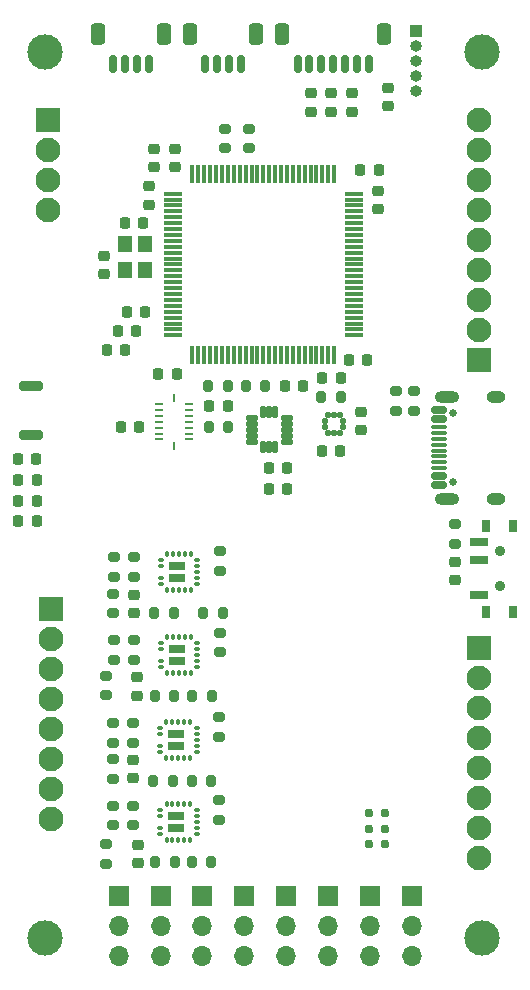
<source format=gbr>
%TF.GenerationSoftware,KiCad,Pcbnew,9.0.0*%
%TF.CreationDate,2025-04-29T18:34:20-04:00*%
%TF.ProjectId,Aurora Orbiton Edition,4175726f-7261-4204-9f72-6269746f6e20,rev?*%
%TF.SameCoordinates,Original*%
%TF.FileFunction,Soldermask,Top*%
%TF.FilePolarity,Negative*%
%FSLAX46Y46*%
G04 Gerber Fmt 4.6, Leading zero omitted, Abs format (unit mm)*
G04 Created by KiCad (PCBNEW 9.0.0) date 2025-04-29 18:34:20*
%MOMM*%
%LPD*%
G01*
G04 APERTURE LIST*
G04 Aperture macros list*
%AMRoundRect*
0 Rectangle with rounded corners*
0 $1 Rounding radius*
0 $2 $3 $4 $5 $6 $7 $8 $9 X,Y pos of 4 corners*
0 Add a 4 corners polygon primitive as box body*
4,1,4,$2,$3,$4,$5,$6,$7,$8,$9,$2,$3,0*
0 Add four circle primitives for the rounded corners*
1,1,$1+$1,$2,$3*
1,1,$1+$1,$4,$5*
1,1,$1+$1,$6,$7*
1,1,$1+$1,$8,$9*
0 Add four rect primitives between the rounded corners*
20,1,$1+$1,$2,$3,$4,$5,0*
20,1,$1+$1,$4,$5,$6,$7,0*
20,1,$1+$1,$6,$7,$8,$9,0*
20,1,$1+$1,$8,$9,$2,$3,0*%
G04 Aperture macros list end*
%ADD10RoundRect,0.225000X-0.250000X0.225000X-0.250000X-0.225000X0.250000X-0.225000X0.250000X0.225000X0*%
%ADD11RoundRect,0.250001X-0.799999X0.799999X-0.799999X-0.799999X0.799999X-0.799999X0.799999X0.799999X0*%
%ADD12C,2.100000*%
%ADD13RoundRect,0.200000X-0.275000X0.200000X-0.275000X-0.200000X0.275000X-0.200000X0.275000X0.200000X0*%
%ADD14RoundRect,0.200000X0.275000X-0.200000X0.275000X0.200000X-0.275000X0.200000X-0.275000X-0.200000X0*%
%ADD15RoundRect,0.200000X-0.800000X0.200000X-0.800000X-0.200000X0.800000X-0.200000X0.800000X0.200000X0*%
%ADD16R,1.200000X1.400000*%
%ADD17C,3.000000*%
%ADD18RoundRect,0.225000X-0.225000X-0.250000X0.225000X-0.250000X0.225000X0.250000X-0.225000X0.250000X0*%
%ADD19R,1.700000X1.700000*%
%ADD20O,1.700000X1.700000*%
%ADD21RoundRect,0.200000X-0.200000X-0.275000X0.200000X-0.275000X0.200000X0.275000X-0.200000X0.275000X0*%
%ADD22RoundRect,0.225000X0.225000X0.250000X-0.225000X0.250000X-0.225000X-0.250000X0.225000X-0.250000X0*%
%ADD23RoundRect,0.250001X0.799999X-0.799999X0.799999X0.799999X-0.799999X0.799999X-0.799999X-0.799999X0*%
%ADD24RoundRect,0.200000X0.200000X0.275000X-0.200000X0.275000X-0.200000X-0.275000X0.200000X-0.275000X0*%
%ADD25RoundRect,0.225000X0.250000X-0.225000X0.250000X0.225000X-0.250000X0.225000X-0.250000X-0.225000X0*%
%ADD26RoundRect,0.218750X-0.218750X-0.256250X0.218750X-0.256250X0.218750X0.256250X-0.218750X0.256250X0*%
%ADD27RoundRect,0.150000X-0.150000X-0.625000X0.150000X-0.625000X0.150000X0.625000X-0.150000X0.625000X0*%
%ADD28RoundRect,0.250000X-0.350000X-0.650000X0.350000X-0.650000X0.350000X0.650000X-0.350000X0.650000X0*%
%ADD29R,1.000000X1.000000*%
%ADD30O,1.000000X1.000000*%
%ADD31RoundRect,0.218750X-0.256250X0.218750X-0.256250X-0.218750X0.256250X-0.218750X0.256250X0.218750X0*%
%ADD32O,0.300000X0.650000*%
%ADD33O,0.650000X0.300000*%
%ADD34R,1.350000X0.800000*%
%ADD35RoundRect,0.075000X-0.725000X-0.075000X0.725000X-0.075000X0.725000X0.075000X-0.725000X0.075000X0*%
%ADD36RoundRect,0.075000X-0.075000X-0.725000X0.075000X-0.725000X0.075000X0.725000X-0.075000X0.725000X0*%
%ADD37C,0.650000*%
%ADD38RoundRect,0.150000X0.500000X-0.150000X0.500000X0.150000X-0.500000X0.150000X-0.500000X-0.150000X0*%
%ADD39RoundRect,0.075000X0.575000X-0.075000X0.575000X0.075000X-0.575000X0.075000X-0.575000X-0.075000X0*%
%ADD40O,2.100000X1.000000*%
%ADD41O,1.600000X1.000000*%
%ADD42R,0.800000X1.000000*%
%ADD43C,0.900000*%
%ADD44R,1.500000X0.700000*%
%ADD45RoundRect,0.102000X0.415000X0.135000X-0.415000X0.135000X-0.415000X-0.135000X0.415000X-0.135000X0*%
%ADD46RoundRect,0.102000X0.135000X0.415000X-0.135000X0.415000X-0.135000X-0.415000X0.135000X-0.415000X0*%
%ADD47R,0.675000X0.250000*%
%ADD48R,0.250000X0.675000*%
%ADD49RoundRect,0.102000X-0.137500X0.125000X-0.137500X-0.125000X0.137500X-0.125000X0.137500X0.125000X0*%
%ADD50RoundRect,0.102000X-0.125000X0.137500X-0.125000X-0.137500X0.125000X-0.137500X0.125000X0.137500X0*%
%ADD51RoundRect,0.218750X0.256250X-0.218750X0.256250X0.218750X-0.256250X0.218750X-0.256250X-0.218750X0*%
%ADD52C,0.770000*%
G04 APERTURE END LIST*
D10*
%TO.C,C45*%
X157540460Y-55064012D03*
X157540460Y-56614012D03*
%TD*%
D11*
%TO.C,J10*%
X129050000Y-99130000D03*
D12*
X129050000Y-101670000D03*
X129050000Y-104210000D03*
X129050000Y-106750000D03*
X129050000Y-109290000D03*
X129050000Y-111830000D03*
X129050000Y-114370000D03*
X129050000Y-116910000D03*
%TD*%
D13*
%TO.C,R42*%
X134250000Y-108825000D03*
X134250000Y-110475000D03*
%TD*%
D14*
%TO.C,R39*%
X136000000Y-117475000D03*
X136000000Y-115825000D03*
%TD*%
%TO.C,R38*%
X136000000Y-110475000D03*
X136000000Y-108825000D03*
%TD*%
D15*
%TO.C,SW2*%
X127288760Y-80272440D03*
X127288760Y-84472440D03*
%TD*%
D16*
%TO.C,Y1*%
X137000000Y-70500000D03*
X137000000Y-68300000D03*
X135250000Y-68300000D03*
X135250000Y-70500000D03*
%TD*%
D17*
%TO.C,H3*%
X128500000Y-52000000D03*
%TD*%
D10*
%TO.C,C23*%
X156750000Y-63750000D03*
X156750000Y-65300000D03*
%TD*%
D18*
%TO.C,C22*%
X151994920Y-79652368D03*
X153544920Y-79652368D03*
%TD*%
D13*
%TO.C,R47*%
X143250000Y-108349992D03*
X143250000Y-109999992D03*
%TD*%
D19*
%TO.C,M7*%
X156050000Y-123500000D03*
D20*
X156050000Y-126040000D03*
X156050000Y-128580000D03*
%TD*%
D21*
%TO.C,R45*%
X137856851Y-120626004D03*
X139506851Y-120626004D03*
%TD*%
D13*
%TO.C,R53*%
X134250000Y-111899992D03*
X134250000Y-113549992D03*
%TD*%
D18*
%TO.C,C18*%
X148800000Y-80250000D03*
X150350000Y-80250000D03*
%TD*%
D10*
%TO.C,C48*%
X136000000Y-111949992D03*
X136000000Y-113499992D03*
%TD*%
D18*
%TO.C,C32*%
X154261390Y-78075753D03*
X155811390Y-78075753D03*
%TD*%
D22*
%TO.C,C29*%
X139653275Y-79250000D03*
X138103275Y-79250000D03*
%TD*%
D17*
%TO.C,H1*%
X128500000Y-127000000D03*
%TD*%
D23*
%TO.C,J8*%
X165250000Y-78070000D03*
D12*
X165250000Y-75530000D03*
X165250000Y-72990000D03*
X165250000Y-70450000D03*
X165250000Y-67910000D03*
X165250000Y-65370000D03*
X165250000Y-62830000D03*
X165250000Y-60290000D03*
X165250000Y-57750000D03*
%TD*%
D22*
%TO.C,C27*%
X136500000Y-83750000D03*
X134950000Y-83750000D03*
%TD*%
D14*
%TO.C,R3*%
X158200000Y-82375000D03*
X158200000Y-80725000D03*
%TD*%
D19*
%TO.C,M2*%
X138300000Y-123500000D03*
D20*
X138300000Y-126040000D03*
X138300000Y-128580000D03*
%TD*%
D13*
%TO.C,R43*%
X134250000Y-115825000D03*
X134250000Y-117475000D03*
%TD*%
D19*
%TO.C,M4*%
X145400000Y-123500000D03*
D20*
X145400000Y-126040000D03*
X145400000Y-128580000D03*
%TD*%
D19*
%TO.C,M5*%
X148950000Y-123500000D03*
D20*
X148950000Y-126040000D03*
X148950000Y-128580000D03*
%TD*%
D21*
%TO.C,R15*%
X142350000Y-80250000D03*
X144000000Y-80250000D03*
%TD*%
D24*
%TO.C,R14*%
X153575000Y-81250000D03*
X151925000Y-81250000D03*
%TD*%
D25*
%TO.C,C36*%
X139500000Y-61775000D03*
X139500000Y-60225000D03*
%TD*%
D22*
%TO.C,C3*%
X136799884Y-66502317D03*
X135249884Y-66502317D03*
%TD*%
D11*
%TO.C,J4*%
X128750000Y-57750000D03*
D12*
X128750000Y-60290000D03*
X128750000Y-62830000D03*
X128750000Y-65370000D03*
%TD*%
D26*
%TO.C,D5*%
X126212500Y-86500000D03*
X127787500Y-86500000D03*
%TD*%
D24*
%TO.C,R32*%
X142650000Y-106524992D03*
X141000000Y-106524992D03*
%TD*%
%TO.C,R49*%
X142575000Y-113749992D03*
X140925000Y-113749992D03*
%TD*%
D19*
%TO.C,M6*%
X152500000Y-123500000D03*
D20*
X152500000Y-126040000D03*
X152500000Y-128580000D03*
%TD*%
D27*
%TO.C,J1*%
X134300000Y-53025000D03*
X135300000Y-53025000D03*
X136300000Y-53025000D03*
X137300000Y-53025000D03*
D28*
X133000000Y-50500000D03*
X138600000Y-50500000D03*
%TD*%
D27*
%TO.C,J6*%
X142100000Y-53025000D03*
X143100000Y-53025000D03*
X144100000Y-53025000D03*
X145100000Y-53025000D03*
D28*
X140800000Y-50500000D03*
X146400000Y-50500000D03*
%TD*%
D29*
%TO.C,J9*%
X159919076Y-50244481D03*
D30*
X159919076Y-51514481D03*
X159919076Y-52784481D03*
X159919076Y-54054481D03*
X159919076Y-55324481D03*
%TD*%
D31*
%TO.C,D10*%
X152750000Y-55500000D03*
X152750000Y-57075000D03*
%TD*%
D13*
%TO.C,R24*%
X134325000Y-101800000D03*
X134325000Y-103450000D03*
%TD*%
D24*
%TO.C,R31*%
X143575000Y-99499992D03*
X141925000Y-99499992D03*
%TD*%
D25*
%TO.C,C31*%
X137750000Y-61775000D03*
X137750000Y-60225000D03*
%TD*%
D13*
%TO.C,R4*%
X163200000Y-92000000D03*
X163200000Y-93650000D03*
%TD*%
D32*
%TO.C,U12*%
X138809447Y-118761568D03*
X139309447Y-118761568D03*
X139809447Y-118761568D03*
X140309447Y-118761568D03*
X140809447Y-118761568D03*
D33*
X141359447Y-118211568D03*
X141359447Y-117711568D03*
X141359447Y-117211568D03*
X141359447Y-116711568D03*
X141359447Y-116211568D03*
D32*
X140809447Y-115661568D03*
X140309447Y-115661568D03*
X139809447Y-115661568D03*
X139309447Y-115661568D03*
X138809447Y-115661568D03*
D33*
X138259447Y-116211568D03*
X138259447Y-116711568D03*
X138259447Y-117711568D03*
X138259447Y-118211568D03*
D34*
X139639447Y-116711568D03*
X139639447Y-117711568D03*
%TD*%
D13*
%TO.C,R48*%
X143210812Y-115362264D03*
X143210812Y-117012264D03*
%TD*%
D26*
%TO.C,D6*%
X126250000Y-88250000D03*
X127825000Y-88250000D03*
%TD*%
D10*
%TO.C,C5*%
X133500000Y-69275000D03*
X133500000Y-70825000D03*
%TD*%
D35*
%TO.C,U3*%
X139325000Y-64000000D03*
X139325000Y-64500000D03*
X139325000Y-65000000D03*
X139325000Y-65500000D03*
X139325000Y-66000000D03*
X139325000Y-66500000D03*
X139325000Y-67000000D03*
X139325000Y-67500000D03*
X139325000Y-68000000D03*
X139325000Y-68500000D03*
X139325000Y-69000000D03*
X139325000Y-69500000D03*
X139325000Y-70000000D03*
X139325000Y-70500000D03*
X139325000Y-71000000D03*
X139325000Y-71500000D03*
X139325000Y-72000000D03*
X139325000Y-72500000D03*
X139325000Y-73000000D03*
X139325000Y-73500000D03*
X139325000Y-74000000D03*
X139325000Y-74500000D03*
X139325000Y-75000000D03*
X139325000Y-75500000D03*
X139325000Y-76000000D03*
D36*
X141000000Y-77675000D03*
X141500000Y-77675000D03*
X142000000Y-77675000D03*
X142500000Y-77675000D03*
X143000000Y-77675000D03*
X143500000Y-77675000D03*
X144000000Y-77675000D03*
X144500000Y-77675000D03*
X145000000Y-77675000D03*
X145500000Y-77675000D03*
X146000000Y-77675000D03*
X146500000Y-77675000D03*
X147000000Y-77675000D03*
X147500000Y-77675000D03*
X148000000Y-77675000D03*
X148500000Y-77675000D03*
X149000000Y-77675000D03*
X149500000Y-77675000D03*
X150000000Y-77675000D03*
X150500000Y-77675000D03*
X151000000Y-77675000D03*
X151500000Y-77675000D03*
X152000000Y-77675000D03*
X152500000Y-77675000D03*
X153000000Y-77675000D03*
D35*
X154675000Y-76000000D03*
X154675000Y-75500000D03*
X154675000Y-75000000D03*
X154675000Y-74500000D03*
X154675000Y-74000000D03*
X154675000Y-73500000D03*
X154675000Y-73000000D03*
X154675000Y-72500000D03*
X154675000Y-72000000D03*
X154675000Y-71500000D03*
X154675000Y-71000000D03*
X154675000Y-70500000D03*
X154675000Y-70000000D03*
X154675000Y-69500000D03*
X154675000Y-69000000D03*
X154675000Y-68500000D03*
X154675000Y-68000000D03*
X154675000Y-67500000D03*
X154675000Y-67000000D03*
X154675000Y-66500000D03*
X154675000Y-66000000D03*
X154675000Y-65500000D03*
X154675000Y-65000000D03*
X154675000Y-64500000D03*
X154675000Y-64000000D03*
D36*
X153000000Y-62325000D03*
X152500000Y-62325000D03*
X152000000Y-62325000D03*
X151500000Y-62325000D03*
X151000000Y-62325000D03*
X150500000Y-62325000D03*
X150000000Y-62325000D03*
X149500000Y-62325000D03*
X149000000Y-62325000D03*
X148500000Y-62325000D03*
X148000000Y-62325000D03*
X147500000Y-62325000D03*
X147000000Y-62325000D03*
X146500000Y-62325000D03*
X146000000Y-62325000D03*
X145500000Y-62325000D03*
X145000000Y-62325000D03*
X144500000Y-62325000D03*
X144000000Y-62325000D03*
X143500000Y-62325000D03*
X143000000Y-62325000D03*
X142500000Y-62325000D03*
X142000000Y-62325000D03*
X141500000Y-62325000D03*
X141000000Y-62325000D03*
%TD*%
D13*
%TO.C,R29*%
X143325000Y-94274992D03*
X143325000Y-95924992D03*
%TD*%
D19*
%TO.C,M3*%
X141850000Y-123500000D03*
D20*
X141850000Y-126040000D03*
X141850000Y-128580000D03*
%TD*%
D13*
%TO.C,R35*%
X133650000Y-104825000D03*
X133650000Y-106475000D03*
%TD*%
D10*
%TO.C,C41*%
X136300000Y-104949992D03*
X136300000Y-106499992D03*
%TD*%
D22*
%TO.C,C34*%
X135325000Y-77200000D03*
X133775000Y-77200000D03*
%TD*%
D17*
%TO.C,H2*%
X165500000Y-52000000D03*
%TD*%
D32*
%TO.C,U11*%
X138800000Y-111799992D03*
X139300000Y-111799992D03*
X139800000Y-111799992D03*
X140300000Y-111799992D03*
X140800000Y-111799992D03*
D33*
X141350000Y-111249992D03*
X141350000Y-110749992D03*
X141350000Y-110249992D03*
X141350000Y-109749992D03*
X141350000Y-109249992D03*
D32*
X140800000Y-108699992D03*
X140300000Y-108699992D03*
X139800000Y-108699992D03*
X139300000Y-108699992D03*
X138800000Y-108699992D03*
D33*
X138250000Y-109249992D03*
X138250000Y-109749992D03*
X138250000Y-110749992D03*
X138250000Y-111249992D03*
D34*
X139630000Y-109749992D03*
X139630000Y-110749992D03*
%TD*%
D24*
%TO.C,R19*%
X144016680Y-83750000D03*
X142366680Y-83750000D03*
%TD*%
D13*
%TO.C,R30*%
X143325000Y-101199992D03*
X143325000Y-102849992D03*
%TD*%
D25*
%TO.C,C21*%
X155250000Y-84037500D03*
X155250000Y-82487500D03*
%TD*%
D18*
%TO.C,C24*%
X147475000Y-87250000D03*
X149025000Y-87250000D03*
%TD*%
D10*
%TO.C,C40*%
X136050000Y-97949992D03*
X136050000Y-99499992D03*
%TD*%
D21*
%TO.C,R28*%
X137825000Y-106500000D03*
X139475000Y-106500000D03*
%TD*%
D19*
%TO.C,M1*%
X134750000Y-123500000D03*
D20*
X134750000Y-126040000D03*
X134750000Y-128580000D03*
%TD*%
D13*
%TO.C,R23*%
X134325000Y-94775000D03*
X134325000Y-96425000D03*
%TD*%
D26*
%TO.C,D8*%
X126250000Y-91750000D03*
X127825000Y-91750000D03*
%TD*%
D10*
%TO.C,C49*%
X136400000Y-119125000D03*
X136400000Y-120675000D03*
%TD*%
D13*
%TO.C,R34*%
X134300000Y-97875000D03*
X134300000Y-99525000D03*
%TD*%
D32*
%TO.C,U9*%
X138875000Y-97599992D03*
X139375000Y-97599992D03*
X139875000Y-97599992D03*
X140375000Y-97599992D03*
X140875000Y-97599992D03*
D33*
X141425000Y-97049992D03*
X141425000Y-96549992D03*
X141425000Y-96049992D03*
X141425000Y-95549992D03*
X141425000Y-95049992D03*
D32*
X140875000Y-94499992D03*
X140375000Y-94499992D03*
X139875000Y-94499992D03*
X139375000Y-94499992D03*
X138875000Y-94499992D03*
D33*
X138325000Y-95049992D03*
X138325000Y-95549992D03*
X138325000Y-96549992D03*
X138325000Y-97049992D03*
D34*
X139705000Y-95549992D03*
X139705000Y-96549992D03*
%TD*%
D22*
%TO.C,C33*%
X136250000Y-75600000D03*
X134700000Y-75600000D03*
%TD*%
D26*
%TO.C,D7*%
X126250000Y-90000000D03*
X127825000Y-90000000D03*
%TD*%
D37*
%TO.C,J2*%
X163020000Y-88390000D03*
X163020000Y-82610000D03*
D38*
X161880000Y-88700000D03*
X161880000Y-87900000D03*
D39*
X161880000Y-86750000D03*
X161880000Y-85750000D03*
X161880000Y-85250000D03*
X161880000Y-84250000D03*
D38*
X161880000Y-83100000D03*
X161880000Y-82300000D03*
X161880000Y-82300000D03*
X161880000Y-83100000D03*
D39*
X161880000Y-83750000D03*
X161880000Y-84750000D03*
X161880000Y-86250000D03*
X161880000Y-87250000D03*
D38*
X161880000Y-87900000D03*
X161880000Y-88700000D03*
D40*
X162520000Y-89820000D03*
D41*
X166700000Y-89820000D03*
D40*
X162520000Y-81180000D03*
D41*
X166700000Y-81180000D03*
%TD*%
D21*
%TO.C,R27*%
X137750000Y-99499992D03*
X139400000Y-99499992D03*
%TD*%
%TO.C,R44*%
X137675000Y-113749992D03*
X139325000Y-113749992D03*
%TD*%
D14*
%TO.C,R20*%
X136075000Y-96425000D03*
X136075000Y-94775000D03*
%TD*%
D42*
%TO.C,SW1*%
X165890000Y-99400000D03*
X168100000Y-99400000D03*
D43*
X167000000Y-97250000D03*
X167000000Y-94250000D03*
D42*
X165890000Y-92100000D03*
X168100000Y-92100000D03*
D44*
X165240000Y-98000000D03*
X165240000Y-95000000D03*
X165240000Y-93500000D03*
%TD*%
D31*
%TO.C,D11*%
X154500000Y-55500000D03*
X154500000Y-57075000D03*
%TD*%
D45*
%TO.C,U6*%
X148970000Y-85000000D03*
X148970000Y-84500000D03*
X148970000Y-84000000D03*
X148970000Y-83500000D03*
X148970000Y-83000000D03*
D46*
X148000000Y-82530000D03*
X147500000Y-82530000D03*
X147000000Y-82530000D03*
D45*
X146030000Y-83000000D03*
X146030000Y-83500000D03*
X146030000Y-84000000D03*
X146030000Y-84500000D03*
X146030000Y-85000000D03*
D46*
X147000000Y-85470000D03*
X147500000Y-85470000D03*
X148000000Y-85470000D03*
%TD*%
D13*
%TO.C,R12*%
X145750000Y-58500000D03*
X145750000Y-60150000D03*
%TD*%
D25*
%TO.C,C30*%
X137362818Y-64935932D03*
X137362818Y-63385932D03*
%TD*%
D18*
%TO.C,C37*%
X155225000Y-62000000D03*
X156775000Y-62000000D03*
%TD*%
D22*
%TO.C,C35*%
X137025000Y-74000000D03*
X135475000Y-74000000D03*
%TD*%
D13*
%TO.C,R13*%
X143750000Y-58500000D03*
X143750000Y-60150000D03*
%TD*%
%TO.C,R54*%
X133650000Y-119075000D03*
X133650000Y-120725000D03*
%TD*%
D17*
%TO.C,H4*%
X165500000Y-127000000D03*
%TD*%
D19*
%TO.C,M8*%
X159600000Y-123500000D03*
D20*
X159600000Y-126040000D03*
X159600000Y-128580000D03*
%TD*%
D32*
%TO.C,U10*%
X138875000Y-104624992D03*
X139375000Y-104624992D03*
X139875000Y-104624992D03*
X140375000Y-104624992D03*
X140875000Y-104624992D03*
D33*
X141425000Y-104074992D03*
X141425000Y-103574992D03*
X141425000Y-103074992D03*
X141425000Y-102574992D03*
X141425000Y-102074992D03*
D32*
X140875000Y-101524992D03*
X140375000Y-101524992D03*
X139875000Y-101524992D03*
X139375000Y-101524992D03*
X138875000Y-101524992D03*
D33*
X138325000Y-102074992D03*
X138325000Y-102574992D03*
X138325000Y-103574992D03*
X138325000Y-104074992D03*
D34*
X139705000Y-102574992D03*
X139705000Y-103574992D03*
%TD*%
D18*
%TO.C,C26*%
X142418346Y-82000000D03*
X143968346Y-82000000D03*
%TD*%
D27*
%TO.C,J3*%
X149909968Y-53020433D03*
X150909968Y-53020433D03*
X151909968Y-53020433D03*
X152909968Y-53020433D03*
X153909968Y-53020433D03*
X154909968Y-53020433D03*
X155909968Y-53020433D03*
D28*
X148609968Y-50495433D03*
X157209968Y-50495433D03*
%TD*%
D47*
%TO.C,U5*%
X140686159Y-81813322D03*
X140686159Y-82313322D03*
X140686159Y-82813322D03*
X140686159Y-83313322D03*
X140686159Y-83813322D03*
X140686159Y-84313322D03*
X140686159Y-84813322D03*
D48*
X139423659Y-85325822D03*
D47*
X138161159Y-84813322D03*
X138161159Y-84313322D03*
X138161159Y-83813322D03*
X138161159Y-83313322D03*
X138161159Y-82813322D03*
X138161159Y-82313322D03*
X138161159Y-81813322D03*
D48*
X139423659Y-81300822D03*
%TD*%
D24*
%TO.C,R50*%
X142599391Y-120629219D03*
X140949391Y-120629219D03*
%TD*%
D18*
%TO.C,C25*%
X147475000Y-89000000D03*
X149025000Y-89000000D03*
%TD*%
D24*
%TO.C,R16*%
X147150000Y-80250000D03*
X145500000Y-80250000D03*
%TD*%
D14*
%TO.C,R5*%
X159750000Y-82400000D03*
X159750000Y-80750000D03*
%TD*%
D49*
%TO.C,U4*%
X153762500Y-83762500D03*
X153762500Y-83262500D03*
D50*
X153500000Y-82750000D03*
X153000000Y-82750000D03*
X152500000Y-82750000D03*
D49*
X152237500Y-83262500D03*
X152237500Y-83762500D03*
D50*
X152500000Y-84275000D03*
X153000000Y-84275000D03*
X153500000Y-84275000D03*
%TD*%
D11*
%TO.C,J11*%
X165250000Y-102500000D03*
D12*
X165250000Y-105040000D03*
X165250000Y-107580000D03*
X165250000Y-110120000D03*
X165250000Y-112660000D03*
X165250000Y-115200000D03*
X165250000Y-117740000D03*
X165250000Y-120280000D03*
%TD*%
D22*
%TO.C,C20*%
X153525000Y-85762500D03*
X151975000Y-85762500D03*
%TD*%
D51*
%TO.C,D2*%
X163200000Y-96737500D03*
X163200000Y-95162500D03*
%TD*%
D31*
%TO.C,D9*%
X151000000Y-55500000D03*
X151000000Y-57075000D03*
%TD*%
D14*
%TO.C,R21*%
X136075000Y-103450000D03*
X136075000Y-101800000D03*
%TD*%
D52*
%TO.C,U8*%
X155976049Y-116471187D03*
X155976049Y-117771187D03*
X155976049Y-119071187D03*
X157276049Y-116471187D03*
X157276049Y-117771187D03*
X157276049Y-119071187D03*
%TD*%
M02*

</source>
